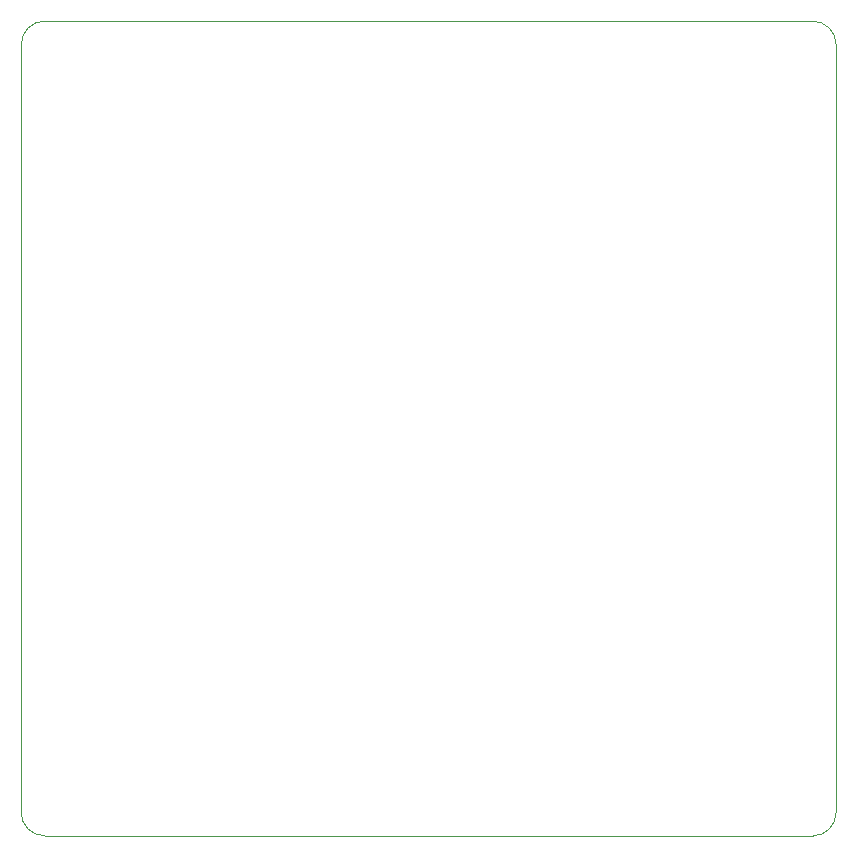
<source format=gm1>
G04 #@! TF.GenerationSoftware,KiCad,Pcbnew,9.0.6*
G04 #@! TF.CreationDate,2025-12-10T15:06:57+01:00*
G04 #@! TF.ProjectId,floppyv3_expansion,666c6f70-7079-4763-935f-657870616e73,rev?*
G04 #@! TF.SameCoordinates,Original*
G04 #@! TF.FileFunction,Profile,NP*
%FSLAX46Y46*%
G04 Gerber Fmt 4.6, Leading zero omitted, Abs format (unit mm)*
G04 Created by KiCad (PCBNEW 9.0.6) date 2025-12-10 15:06:57*
%MOMM*%
%LPD*%
G01*
G04 APERTURE LIST*
G04 #@! TA.AperFunction,Profile*
%ADD10C,0.100000*%
G04 #@! TD*
G04 APERTURE END LIST*
D10*
X80614215Y-66414214D02*
X80600002Y-131399194D01*
X149614214Y-131414236D02*
G75*
G02*
X147614214Y-133414214I-1999914J-64D01*
G01*
X147614214Y-133414236D02*
X82599986Y-133399950D01*
X80614214Y-66414214D02*
G75*
G02*
X82614214Y-64414214I1999986J14D01*
G01*
X82599986Y-133399949D02*
G75*
G02*
X80599951Y-131399194I14J2000049D01*
G01*
X147614200Y-64414236D02*
X82614200Y-64414215D01*
X147614214Y-64414236D02*
G75*
G02*
X149614164Y-66414236I-14J-1999964D01*
G01*
X149614214Y-131414236D02*
X149614214Y-66414236D01*
M02*

</source>
